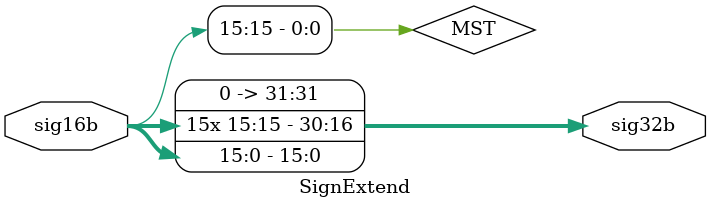
<source format=sv>
module SignExtend(input logic [15:0] sig16b,
							 output logic [31:0] sig32b);
							 

logic MST = sig16b	[15];

assign sig32b ={
												MST, MST, MST, MST,
												MST, MST, MST, MST,
												MST, MST, MST, MST,
												MST, MST, MST, MST,
												sig16b[14],
												sig16b[13],
												sig16b[12],
												sig16b[11],
												sig16b[10],
												sig16b[9],
												sig16b[8],
												sig16b[7],
												sig16b[6],
												sig16b[5],
												sig16b[4],
												sig16b[3],
												sig16b[2],
												sig16b[1],
												sig16b[0]
												};						 
	 
endmodule

</source>
